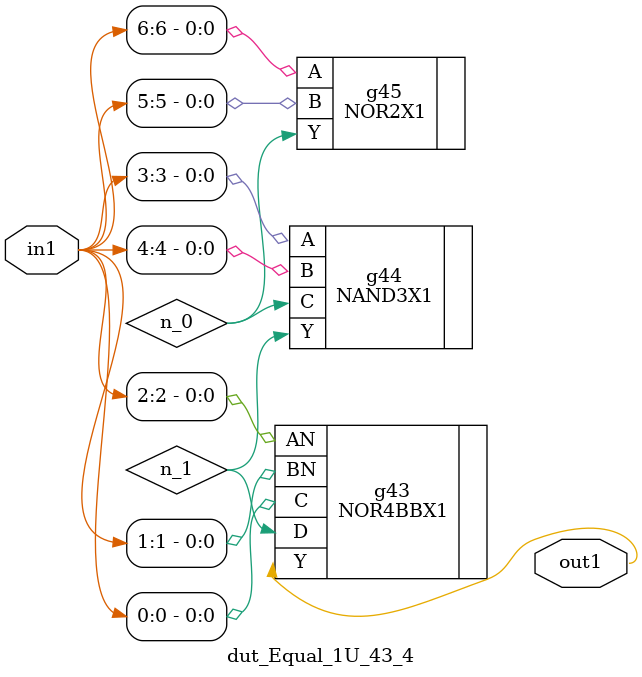
<source format=v>
`timescale 1ps / 1ps


module dut_Equal_1U_43_4(in1, out1);
  input [6:0] in1;
  output out1;
  wire [6:0] in1;
  wire out1;
  wire n_0, n_1;
  NOR4BBX1 g43(.AN (in1[2]), .BN (in1[1]), .C (in1[0]), .D (n_1), .Y
       (out1));
  NAND3X1 g44(.A (in1[3]), .B (in1[4]), .C (n_0), .Y (n_1));
  NOR2X1 g45(.A (in1[6]), .B (in1[5]), .Y (n_0));
endmodule



</source>
